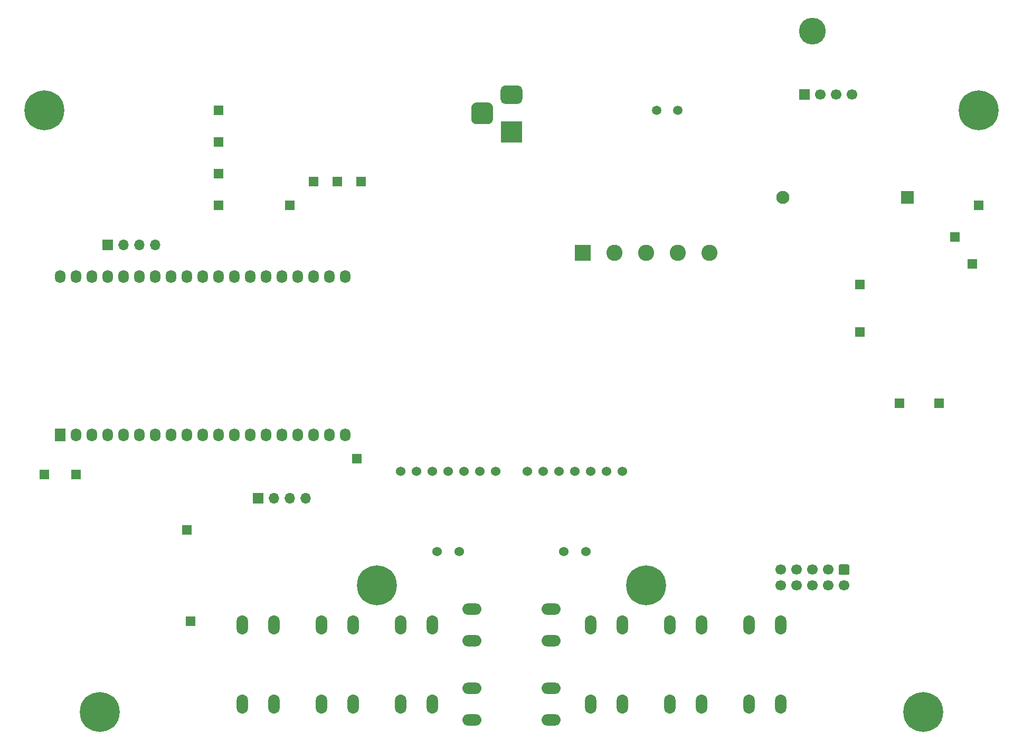
<source format=gbs>
G04 #@! TF.GenerationSoftware,KiCad,Pcbnew,(5.1.9)-1*
G04 #@! TF.CreationDate,2021-04-11T14:45:32+02:00*
G04 #@! TF.ProjectId,Sunrise clock main board,53756e72-6973-4652-9063-6c6f636b206d,V1.0*
G04 #@! TF.SameCoordinates,Original*
G04 #@! TF.FileFunction,Soldermask,Bot*
G04 #@! TF.FilePolarity,Negative*
%FSLAX46Y46*%
G04 Gerber Fmt 4.6, Leading zero omitted, Abs format (unit mm)*
G04 Created by KiCad (PCBNEW (5.1.9)-1) date 2021-04-11 14:45:32*
%MOMM*%
%LPD*%
G01*
G04 APERTURE LIST*
%ADD10C,1.524000*%
%ADD11R,1.500000X1.500000*%
%ADD12C,2.600000*%
%ADD13R,2.600000X2.600000*%
%ADD14O,1.850000X3.048000*%
%ADD15O,3.048000X1.850000*%
%ADD16C,0.800000*%
%ADD17C,6.400000*%
%ADD18C,1.500000*%
%ADD19C,4.300000*%
%ADD20C,1.700000*%
%ADD21R,1.700000X1.700000*%
%ADD22R,3.500000X3.500000*%
%ADD23O,1.700000X1.700000*%
%ADD24C,2.100000*%
%ADD25R,2.100000X2.100000*%
%ADD26O,1.700000X2.100000*%
%ADD27R,1.700000X2.100000*%
G04 APERTURE END LIST*
D10*
X8410000Y-22480000D03*
X11910000Y-22480000D03*
X2540000Y-9610000D03*
X5080000Y-9610000D03*
X7620000Y-9610000D03*
X10160000Y-9610000D03*
X12700000Y-9610000D03*
X15240000Y-9610000D03*
X17780000Y-9610000D03*
X-11910000Y-22480000D03*
X-8410000Y-22480000D03*
X-17780000Y-9610000D03*
X-15240000Y-9610000D03*
X-12700000Y-9610000D03*
X-10160000Y-9610000D03*
X-7620000Y-9610000D03*
X-5080000Y-9610000D03*
X-2540000Y-9610000D03*
D11*
X-52070000Y-19050000D03*
X73914000Y23622000D03*
X-24765000Y-7620000D03*
D12*
X31750000Y25400000D03*
X26670000Y25400000D03*
X21590000Y25400000D03*
X16510000Y25400000D03*
D13*
X11430000Y25400000D03*
D11*
X68580000Y1270000D03*
X62230000Y1270000D03*
D14*
X38100000Y-46990000D03*
X43180000Y-46990000D03*
X38100000Y-34290000D03*
X43180000Y-34290000D03*
X25400000Y-46990000D03*
X30480000Y-46990000D03*
X25400000Y-34290000D03*
X30480000Y-34290000D03*
X-43180000Y-46990000D03*
X-38100000Y-46990000D03*
X-43180000Y-34290000D03*
X-38100000Y-34290000D03*
X-30480000Y-46990000D03*
X-25400000Y-46990000D03*
X-30480000Y-34290000D03*
X-25400000Y-34290000D03*
X-17780000Y-46990000D03*
X-12700000Y-46990000D03*
X-17780000Y-34290000D03*
X-12700000Y-34290000D03*
X12700000Y-46990000D03*
X17780000Y-46990000D03*
X12700000Y-34290000D03*
X17780000Y-34290000D03*
D15*
X-6350000Y-44450000D03*
X-6350000Y-49530000D03*
X6350000Y-44450000D03*
X6350000Y-49530000D03*
X-6350000Y-31750000D03*
X-6350000Y-36830000D03*
X6350000Y-31750000D03*
X6350000Y-36830000D03*
D11*
X-51435000Y-33655000D03*
D16*
X23287056Y-26242944D03*
X21590000Y-25540000D03*
X19892944Y-26242944D03*
X19190000Y-27940000D03*
X19892944Y-29637056D03*
X21590000Y-30340000D03*
X23287056Y-29637056D03*
X23990000Y-27940000D03*
D17*
X21590000Y-27940000D03*
D16*
X-19892944Y-26242944D03*
X-21590000Y-25540000D03*
X-23287056Y-26242944D03*
X-23990000Y-27940000D03*
X-23287056Y-29637056D03*
X-21590000Y-30340000D03*
X-19892944Y-29637056D03*
X-19190000Y-27940000D03*
D17*
X-21590000Y-27940000D03*
D18*
X26670000Y48260000D03*
X23270000Y48260000D03*
D19*
X48260000Y60980000D03*
D20*
X54610000Y50820000D03*
X52070000Y50820000D03*
X49530000Y50820000D03*
D21*
X46990000Y50820000D03*
G36*
G01*
X-5575000Y49550000D02*
X-3825000Y49550000D01*
G75*
G02*
X-2950000Y48675000I0J-875000D01*
G01*
X-2950000Y46925000D01*
G75*
G02*
X-3825000Y46050000I-875000J0D01*
G01*
X-5575000Y46050000D01*
G75*
G02*
X-6450000Y46925000I0J875000D01*
G01*
X-6450000Y48675000D01*
G75*
G02*
X-5575000Y49550000I875000J0D01*
G01*
G37*
G36*
G01*
X-1000000Y52300000D02*
X1000000Y52300000D01*
G75*
G02*
X1750000Y51550000I0J-750000D01*
G01*
X1750000Y50050000D01*
G75*
G02*
X1000000Y49300000I-750000J0D01*
G01*
X-1000000Y49300000D01*
G75*
G02*
X-1750000Y50050000I0J750000D01*
G01*
X-1750000Y51550000D01*
G75*
G02*
X-1000000Y52300000I750000J0D01*
G01*
G37*
D22*
X0Y44800000D03*
D20*
X43180000Y-27940000D03*
X45720000Y-27940000D03*
X48260000Y-27940000D03*
X50800000Y-27940000D03*
X53340000Y-27940000D03*
X43180000Y-25400000D03*
X45720000Y-25400000D03*
X48260000Y-25400000D03*
X50800000Y-25400000D03*
G36*
G01*
X52740000Y-24550000D02*
X53940000Y-24550000D01*
G75*
G02*
X54190000Y-24800000I0J-250000D01*
G01*
X54190000Y-26000000D01*
G75*
G02*
X53940000Y-26250000I-250000J0D01*
G01*
X52740000Y-26250000D01*
G75*
G02*
X52490000Y-26000000I0J250000D01*
G01*
X52490000Y-24800000D01*
G75*
G02*
X52740000Y-24550000I250000J0D01*
G01*
G37*
D11*
X-46990000Y48260000D03*
X-46990000Y43180000D03*
X-46990000Y38100000D03*
X-46990000Y33020000D03*
X-31750000Y36830000D03*
X74930000Y33020000D03*
X71120000Y27940000D03*
X55880000Y20320000D03*
X55880000Y12700000D03*
X-69850000Y-10160000D03*
X-74930000Y-10160000D03*
X-27940000Y36830000D03*
X-24130000Y36830000D03*
X-35560000Y33020000D03*
D23*
X-33020000Y-13970000D03*
X-35560000Y-13970000D03*
X-38100000Y-13970000D03*
D21*
X-40640000Y-13970000D03*
D23*
X-57150000Y26670000D03*
X-59690000Y26670000D03*
X-62230000Y26670000D03*
D21*
X-64770000Y26670000D03*
D16*
X67737056Y-46562944D03*
X66040000Y-45860000D03*
X64342944Y-46562944D03*
X63640000Y-48260000D03*
X64342944Y-49957056D03*
X66040000Y-50660000D03*
X67737056Y-49957056D03*
X68440000Y-48260000D03*
D17*
X66040000Y-48260000D03*
D16*
X76627056Y49957056D03*
X74930000Y50660000D03*
X73232944Y49957056D03*
X72530000Y48260000D03*
X73232944Y46562944D03*
X74930000Y45860000D03*
X76627056Y46562944D03*
X77330000Y48260000D03*
D17*
X74930000Y48260000D03*
D16*
X-64342944Y-46562944D03*
X-66040000Y-45860000D03*
X-67737056Y-46562944D03*
X-68440000Y-48260000D03*
X-67737056Y-49957056D03*
X-66040000Y-50660000D03*
X-64342944Y-49957056D03*
X-63640000Y-48260000D03*
D17*
X-66040000Y-48260000D03*
D16*
X-73232944Y49957056D03*
X-74930000Y50660000D03*
X-76627056Y49957056D03*
X-77330000Y48260000D03*
X-76627056Y46562944D03*
X-74930000Y45860000D03*
X-73232944Y46562944D03*
X-72530000Y48260000D03*
D17*
X-74930000Y48260000D03*
D24*
X43500000Y34290000D03*
D25*
X63500000Y34290000D03*
D26*
X-72390000Y21590000D03*
X-69850000Y21590000D03*
D27*
X-72390000Y-3810000D03*
D26*
X-26670000Y21590000D03*
X-69850000Y-3810000D03*
X-26670000Y-3810000D03*
X-67310000Y-3810000D03*
X-29210000Y-3810000D03*
X-64770000Y-3810000D03*
X-31750000Y-3810000D03*
X-62230000Y-3810000D03*
X-34290000Y-3810000D03*
X-59690000Y-3810000D03*
X-36830000Y-3810000D03*
X-57150000Y-3810000D03*
X-39370000Y-3810000D03*
X-54610000Y-3810000D03*
X-41910000Y-3810000D03*
X-52070000Y-3810000D03*
X-44450000Y-3810000D03*
X-49530000Y-3810000D03*
X-46990000Y-3810000D03*
X-29210000Y21590000D03*
X-31750000Y21590000D03*
X-34290000Y21590000D03*
X-36830000Y21590000D03*
X-39370000Y21590000D03*
X-41910000Y21590000D03*
X-44450000Y21590000D03*
X-46990000Y21590000D03*
X-49530000Y21590000D03*
X-52070000Y21590000D03*
X-54610000Y21590000D03*
X-57150000Y21590000D03*
X-59690000Y21590000D03*
X-62230000Y21590000D03*
X-64770000Y21590000D03*
X-67310000Y21590000D03*
M02*

</source>
